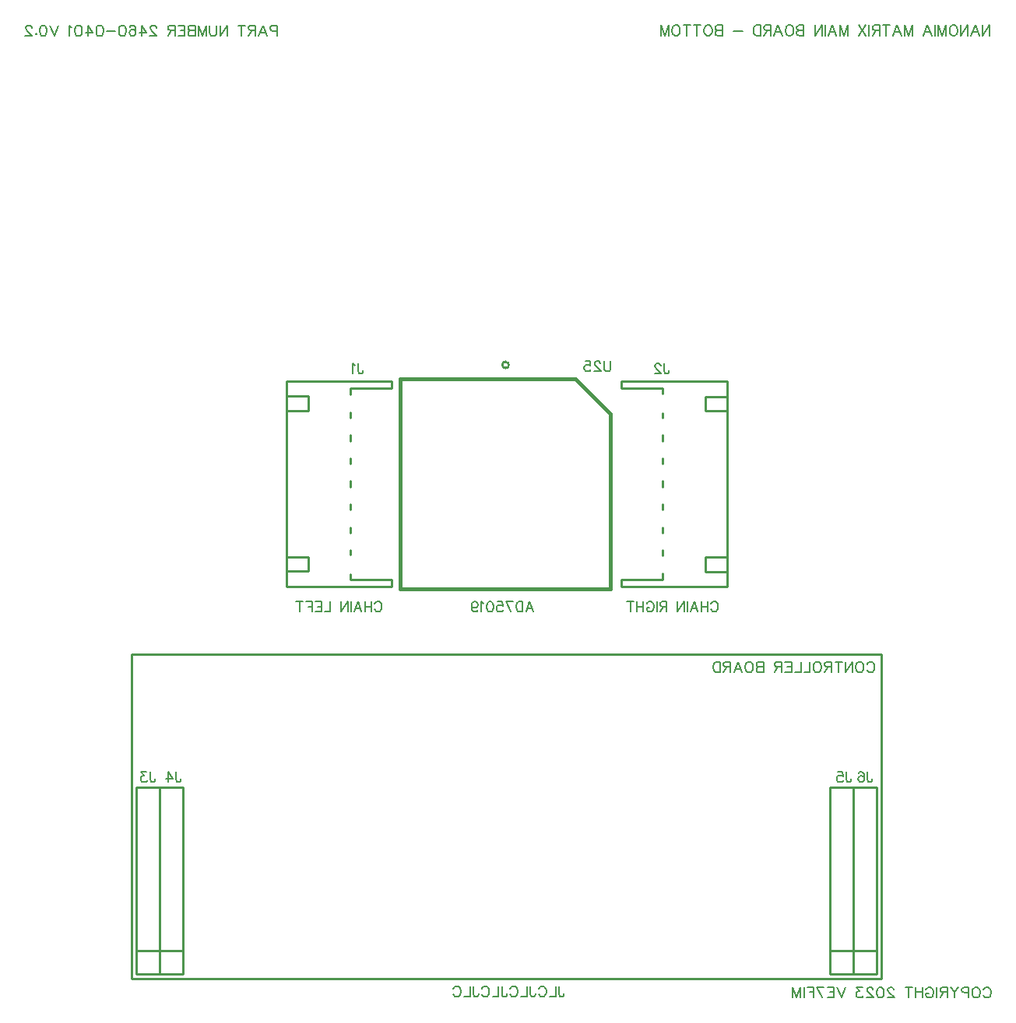
<source format=gbo>
G04 Layer: BottomSilkscreenLayer*
G04 EasyEDA v6.5.29, 2023-07-19 21:41:10*
G04 ede76849b6084053bf44eed2514c4286,5a6b42c53f6a479593ecc07194224c93,10*
G04 Gerber Generator version 0.2*
G04 Scale: 100 percent, Rotated: No, Reflected: No *
G04 Dimensions in millimeters *
G04 leading zeros omitted , absolute positions ,4 integer and 5 decimal *
%FSLAX45Y45*%
%MOMM*%

%ADD10C,0.2032*%
%ADD11C,0.2030*%
%ADD12C,0.1524*%
%ADD13C,0.2540*%
%ADD14C,0.3810*%
%ADD15C,0.0116*%

%LPD*%
D10*
X6142977Y1213355D02*
G01*
X6142977Y1125979D01*
X6148565Y1109723D01*
X6153899Y1104135D01*
X6164821Y1098801D01*
X6175743Y1098801D01*
X6186665Y1104135D01*
X6192253Y1109723D01*
X6197587Y1125979D01*
X6197587Y1136901D01*
X6107163Y1213355D02*
G01*
X6107163Y1098801D01*
X6107163Y1098801D02*
G01*
X6041631Y1098801D01*
X5923775Y1185923D02*
G01*
X5929109Y1196845D01*
X5940031Y1207767D01*
X5950953Y1213355D01*
X5972797Y1213355D01*
X5983719Y1207767D01*
X5994641Y1196845D01*
X6000229Y1185923D01*
X6005563Y1169667D01*
X6005563Y1142489D01*
X6000229Y1125979D01*
X5994641Y1115057D01*
X5983719Y1104135D01*
X5972797Y1098801D01*
X5950953Y1098801D01*
X5940031Y1104135D01*
X5929109Y1115057D01*
X5923775Y1125979D01*
X5833351Y1213355D02*
G01*
X5833351Y1125979D01*
X5838685Y1109723D01*
X5844019Y1104135D01*
X5854941Y1098801D01*
X5865863Y1098801D01*
X5876785Y1104135D01*
X5882373Y1109723D01*
X5887707Y1125979D01*
X5887707Y1136901D01*
X5797283Y1213355D02*
G01*
X5797283Y1098801D01*
X5797283Y1098801D02*
G01*
X5731751Y1098801D01*
X5613895Y1185923D02*
G01*
X5619483Y1196845D01*
X5630405Y1207767D01*
X5641327Y1213355D01*
X5662917Y1213355D01*
X5673839Y1207767D01*
X5684761Y1196845D01*
X5690349Y1185923D01*
X5695683Y1169667D01*
X5695683Y1142489D01*
X5690349Y1125979D01*
X5684761Y1115057D01*
X5673839Y1104135D01*
X5662917Y1098801D01*
X5641327Y1098801D01*
X5630405Y1104135D01*
X5619483Y1115057D01*
X5613895Y1125979D01*
X5523471Y1213355D02*
G01*
X5523471Y1125979D01*
X5528805Y1109723D01*
X5534393Y1104135D01*
X5545315Y1098801D01*
X5556237Y1098801D01*
X5567159Y1104135D01*
X5572493Y1109723D01*
X5577827Y1125979D01*
X5577827Y1136901D01*
X5487403Y1213355D02*
G01*
X5487403Y1098801D01*
X5487403Y1098801D02*
G01*
X5421871Y1098801D01*
X5304015Y1185923D02*
G01*
X5309603Y1196845D01*
X5320525Y1207767D01*
X5331447Y1213355D01*
X5353291Y1213355D01*
X5364213Y1207767D01*
X5375135Y1196845D01*
X5380469Y1185923D01*
X5386057Y1169667D01*
X5386057Y1142489D01*
X5380469Y1125979D01*
X5375135Y1115057D01*
X5364213Y1104135D01*
X5353291Y1098801D01*
X5331447Y1098801D01*
X5320525Y1104135D01*
X5309603Y1115057D01*
X5304015Y1125979D01*
X5213591Y1213355D02*
G01*
X5213591Y1125979D01*
X5218925Y1109723D01*
X5224513Y1104135D01*
X5235435Y1098801D01*
X5246357Y1098801D01*
X5257279Y1104135D01*
X5262613Y1109723D01*
X5268201Y1125979D01*
X5268201Y1136901D01*
X5177523Y1213355D02*
G01*
X5177523Y1098801D01*
X5177523Y1098801D02*
G01*
X5112245Y1098801D01*
X4994389Y1185923D02*
G01*
X4999723Y1196845D01*
X5010645Y1207767D01*
X5021567Y1213355D01*
X5043411Y1213355D01*
X5054333Y1207767D01*
X5065255Y1196845D01*
X5070589Y1185923D01*
X5076177Y1169667D01*
X5076177Y1142489D01*
X5070589Y1125979D01*
X5065255Y1115057D01*
X5054333Y1104135D01*
X5043411Y1098801D01*
X5021567Y1098801D01*
X5010645Y1104135D01*
X4999723Y1115057D01*
X4994389Y1125979D01*
X3078454Y11670596D02*
G01*
X3078454Y11556052D01*
X3078454Y11670596D02*
G01*
X3029364Y11670596D01*
X3013001Y11665143D01*
X3007545Y11659689D01*
X3002092Y11648780D01*
X3002092Y11632415D01*
X3007545Y11621506D01*
X3013001Y11616052D01*
X3029364Y11610596D01*
X3078454Y11610596D01*
X2922454Y11670596D02*
G01*
X2966090Y11556052D01*
X2922454Y11670596D02*
G01*
X2878818Y11556052D01*
X2949727Y11594233D02*
G01*
X2895183Y11594233D01*
X2842818Y11670596D02*
G01*
X2842818Y11556052D01*
X2842818Y11670596D02*
G01*
X2793728Y11670596D01*
X2777365Y11665143D01*
X2771909Y11659689D01*
X2766456Y11648780D01*
X2766456Y11637871D01*
X2771909Y11626961D01*
X2777365Y11621506D01*
X2793728Y11616052D01*
X2842818Y11616052D01*
X2804637Y11616052D02*
G01*
X2766456Y11556052D01*
X2692272Y11670596D02*
G01*
X2692272Y11556052D01*
X2730455Y11670596D02*
G01*
X2654091Y11670596D01*
X2534091Y11670596D02*
G01*
X2534091Y11556052D01*
X2534091Y11670596D02*
G01*
X2457729Y11556052D01*
X2457729Y11670596D02*
G01*
X2457729Y11556052D01*
X2421727Y11670596D02*
G01*
X2421727Y11588780D01*
X2416274Y11572415D01*
X2405364Y11561506D01*
X2389002Y11556052D01*
X2378092Y11556052D01*
X2361727Y11561506D01*
X2350820Y11572415D01*
X2345364Y11588780D01*
X2345364Y11670596D01*
X2309365Y11670596D02*
G01*
X2309365Y11556052D01*
X2309365Y11670596D02*
G01*
X2265728Y11556052D01*
X2222093Y11670596D02*
G01*
X2265728Y11556052D01*
X2222093Y11670596D02*
G01*
X2222093Y11556052D01*
X2186091Y11670596D02*
G01*
X2186091Y11556052D01*
X2186091Y11670596D02*
G01*
X2137001Y11670596D01*
X2120638Y11665143D01*
X2115184Y11659689D01*
X2109729Y11648780D01*
X2109729Y11637871D01*
X2115184Y11626961D01*
X2120638Y11621506D01*
X2137001Y11616052D01*
X2186091Y11616052D02*
G01*
X2137001Y11616052D01*
X2120638Y11610596D01*
X2115184Y11605143D01*
X2109729Y11594233D01*
X2109729Y11577871D01*
X2115184Y11566961D01*
X2120638Y11561506D01*
X2137001Y11556052D01*
X2186091Y11556052D01*
X2073729Y11670596D02*
G01*
X2073729Y11556052D01*
X2073729Y11670596D02*
G01*
X2002820Y11670596D01*
X2073729Y11616052D02*
G01*
X2030092Y11616052D01*
X2073729Y11556052D02*
G01*
X2002820Y11556052D01*
X1966821Y11670596D02*
G01*
X1966821Y11556052D01*
X1966821Y11670596D02*
G01*
X1917730Y11670596D01*
X1901365Y11665143D01*
X1895911Y11659689D01*
X1890455Y11648780D01*
X1890455Y11637871D01*
X1895911Y11626961D01*
X1901365Y11621506D01*
X1917730Y11616052D01*
X1966821Y11616052D01*
X1928639Y11616052D02*
G01*
X1890455Y11556052D01*
X1765002Y11643324D02*
G01*
X1765002Y11648780D01*
X1759546Y11659689D01*
X1754093Y11665143D01*
X1743184Y11670596D01*
X1721365Y11670596D01*
X1710456Y11665143D01*
X1705002Y11659689D01*
X1699547Y11648780D01*
X1699547Y11637871D01*
X1705002Y11626961D01*
X1715912Y11610596D01*
X1770456Y11556052D01*
X1694093Y11556052D01*
X1603547Y11670596D02*
G01*
X1658094Y11594233D01*
X1576275Y11594233D01*
X1603547Y11670596D02*
G01*
X1603547Y11556052D01*
X1474820Y11654233D02*
G01*
X1480276Y11665143D01*
X1496639Y11670596D01*
X1507548Y11670596D01*
X1523911Y11665143D01*
X1534820Y11648780D01*
X1540276Y11621506D01*
X1540276Y11594233D01*
X1534820Y11572415D01*
X1523911Y11561506D01*
X1507548Y11556052D01*
X1502095Y11556052D01*
X1485729Y11561506D01*
X1474820Y11572415D01*
X1469367Y11588780D01*
X1469367Y11594233D01*
X1474820Y11610596D01*
X1485729Y11621506D01*
X1502095Y11626961D01*
X1507548Y11626961D01*
X1523911Y11621506D01*
X1534820Y11610596D01*
X1540276Y11594233D01*
X1400639Y11670596D02*
G01*
X1417002Y11665143D01*
X1427911Y11648780D01*
X1433367Y11621506D01*
X1433367Y11605143D01*
X1427911Y11577871D01*
X1417002Y11561506D01*
X1400639Y11556052D01*
X1389730Y11556052D01*
X1373367Y11561506D01*
X1362458Y11577871D01*
X1357002Y11605143D01*
X1357002Y11621506D01*
X1362458Y11648780D01*
X1373367Y11665143D01*
X1389730Y11670596D01*
X1400639Y11670596D01*
X1321003Y11605143D02*
G01*
X1222822Y11605143D01*
X1154094Y11670596D02*
G01*
X1170457Y11665143D01*
X1181366Y11648780D01*
X1186822Y11621506D01*
X1186822Y11605143D01*
X1181366Y11577871D01*
X1170457Y11561506D01*
X1154094Y11556052D01*
X1143185Y11556052D01*
X1126822Y11561506D01*
X1115913Y11577871D01*
X1110457Y11605143D01*
X1110457Y11621506D01*
X1115913Y11648780D01*
X1126822Y11665143D01*
X1143185Y11670596D01*
X1154094Y11670596D01*
X1019914Y11670596D02*
G01*
X1074458Y11594233D01*
X992639Y11594233D01*
X1019914Y11670596D02*
G01*
X1019914Y11556052D01*
X923912Y11670596D02*
G01*
X940277Y11665143D01*
X951186Y11648780D01*
X956640Y11621506D01*
X956640Y11605143D01*
X951186Y11577871D01*
X940277Y11561506D01*
X923912Y11556052D01*
X913005Y11556052D01*
X896640Y11561506D01*
X885731Y11577871D01*
X880277Y11605143D01*
X880277Y11621506D01*
X885731Y11648780D01*
X896640Y11665143D01*
X913005Y11670596D01*
X923912Y11670596D01*
X844278Y11648780D02*
G01*
X833368Y11654233D01*
X817003Y11670596D01*
X817003Y11556052D01*
X697003Y11670596D02*
G01*
X653369Y11556052D01*
X609732Y11670596D02*
G01*
X653369Y11556052D01*
X541004Y11670596D02*
G01*
X557369Y11665143D01*
X568276Y11648780D01*
X573732Y11621506D01*
X573732Y11605143D01*
X568276Y11577871D01*
X557369Y11561506D01*
X541004Y11556052D01*
X530095Y11556052D01*
X513732Y11561506D01*
X502823Y11577871D01*
X497370Y11605143D01*
X497370Y11621506D01*
X502823Y11648780D01*
X513732Y11665143D01*
X530095Y11670596D01*
X541004Y11670596D01*
X455914Y11583324D02*
G01*
X461368Y11577871D01*
X455914Y11572415D01*
X450458Y11577871D01*
X455914Y11583324D01*
X409006Y11643324D02*
G01*
X409006Y11648780D01*
X403550Y11659689D01*
X398096Y11665143D01*
X387187Y11670596D01*
X365368Y11670596D01*
X354459Y11665143D01*
X349006Y11659689D01*
X343550Y11648780D01*
X343550Y11637871D01*
X349006Y11626961D01*
X359915Y11610596D01*
X414459Y11556052D01*
X338096Y11556052D01*
X10826546Y11671942D02*
G01*
X10826546Y11557398D01*
X10826546Y11671942D02*
G01*
X10750184Y11557398D01*
X10750184Y11671942D02*
G01*
X10750184Y11557398D01*
X10670547Y11671942D02*
G01*
X10714182Y11557398D01*
X10670547Y11671942D02*
G01*
X10626910Y11557398D01*
X10697819Y11595580D02*
G01*
X10643275Y11595580D01*
X10590911Y11671942D02*
G01*
X10590911Y11557398D01*
X10590911Y11671942D02*
G01*
X10514547Y11557398D01*
X10514547Y11671942D02*
G01*
X10514547Y11557398D01*
X10445821Y11671942D02*
G01*
X10456730Y11666489D01*
X10467637Y11655579D01*
X10473093Y11644670D01*
X10478546Y11628307D01*
X10478546Y11601035D01*
X10473093Y11584670D01*
X10467637Y11573761D01*
X10456730Y11562853D01*
X10445821Y11557398D01*
X10424002Y11557398D01*
X10413093Y11562853D01*
X10402183Y11573761D01*
X10396730Y11584670D01*
X10391274Y11601035D01*
X10391274Y11628307D01*
X10396730Y11644670D01*
X10402183Y11655579D01*
X10413093Y11666489D01*
X10424002Y11671942D01*
X10445821Y11671942D01*
X10355275Y11671942D02*
G01*
X10355275Y11557398D01*
X10355275Y11671942D02*
G01*
X10311638Y11557398D01*
X10268003Y11671942D02*
G01*
X10311638Y11557398D01*
X10268003Y11671942D02*
G01*
X10268003Y11557398D01*
X10232001Y11671942D02*
G01*
X10232001Y11557398D01*
X10152367Y11671942D02*
G01*
X10196001Y11557398D01*
X10152367Y11671942D02*
G01*
X10108730Y11557398D01*
X10179639Y11595580D02*
G01*
X10125092Y11595580D01*
X9988730Y11671942D02*
G01*
X9988730Y11557398D01*
X9988730Y11671942D02*
G01*
X9945093Y11557398D01*
X9901458Y11671942D02*
G01*
X9945093Y11557398D01*
X9901458Y11671942D02*
G01*
X9901458Y11557398D01*
X9821821Y11671942D02*
G01*
X9865459Y11557398D01*
X9821821Y11671942D02*
G01*
X9778184Y11557398D01*
X9849093Y11595580D02*
G01*
X9794549Y11595580D01*
X9704003Y11671942D02*
G01*
X9704003Y11557398D01*
X9742185Y11671942D02*
G01*
X9665822Y11671942D01*
X9629820Y11671942D02*
G01*
X9629820Y11557398D01*
X9629820Y11671942D02*
G01*
X9580730Y11671942D01*
X9564367Y11666489D01*
X9558914Y11661035D01*
X9553458Y11650126D01*
X9553458Y11639217D01*
X9558914Y11628307D01*
X9564367Y11622853D01*
X9580730Y11617398D01*
X9629820Y11617398D01*
X9591639Y11617398D02*
G01*
X9553458Y11557398D01*
X9517458Y11671942D02*
G01*
X9517458Y11557398D01*
X9481459Y11671942D02*
G01*
X9405094Y11557398D01*
X9405094Y11671942D02*
G01*
X9481459Y11557398D01*
X9285094Y11671942D02*
G01*
X9285094Y11557398D01*
X9285094Y11671942D02*
G01*
X9241459Y11557398D01*
X9197822Y11671942D02*
G01*
X9241459Y11557398D01*
X9197822Y11671942D02*
G01*
X9197822Y11557398D01*
X9118185Y11671942D02*
G01*
X9161823Y11557398D01*
X9118185Y11671942D02*
G01*
X9074551Y11557398D01*
X9145460Y11595580D02*
G01*
X9090913Y11595580D01*
X9038549Y11671942D02*
G01*
X9038549Y11557398D01*
X9002549Y11671942D02*
G01*
X9002549Y11557398D01*
X9002549Y11671942D02*
G01*
X8926187Y11557398D01*
X8926187Y11671942D02*
G01*
X8926187Y11557398D01*
X8806187Y11671942D02*
G01*
X8806187Y11557398D01*
X8806187Y11671942D02*
G01*
X8757097Y11671942D01*
X8740731Y11666489D01*
X8735278Y11661035D01*
X8729822Y11650126D01*
X8729822Y11639217D01*
X8735278Y11628307D01*
X8740731Y11622853D01*
X8757097Y11617398D01*
X8806187Y11617398D02*
G01*
X8757097Y11617398D01*
X8740731Y11611942D01*
X8735278Y11606489D01*
X8729822Y11595580D01*
X8729822Y11579217D01*
X8735278Y11568308D01*
X8740731Y11562853D01*
X8757097Y11557398D01*
X8806187Y11557398D01*
X8661097Y11671942D02*
G01*
X8672004Y11666489D01*
X8682913Y11655579D01*
X8688369Y11644670D01*
X8693823Y11628307D01*
X8693823Y11601035D01*
X8688369Y11584670D01*
X8682913Y11573761D01*
X8672004Y11562853D01*
X8661097Y11557398D01*
X8639279Y11557398D01*
X8628369Y11562853D01*
X8617460Y11573761D01*
X8612004Y11584670D01*
X8606551Y11601035D01*
X8606551Y11628307D01*
X8612004Y11644670D01*
X8617460Y11655579D01*
X8628369Y11666489D01*
X8639279Y11671942D01*
X8661097Y11671942D01*
X8526914Y11671942D02*
G01*
X8570551Y11557398D01*
X8526914Y11671942D02*
G01*
X8483279Y11557398D01*
X8554186Y11595580D02*
G01*
X8499642Y11595580D01*
X8447277Y11671942D02*
G01*
X8447277Y11557398D01*
X8447277Y11671942D02*
G01*
X8398187Y11671942D01*
X8381824Y11666489D01*
X8376368Y11661035D01*
X8370915Y11650126D01*
X8370915Y11639217D01*
X8376368Y11628307D01*
X8381824Y11622853D01*
X8398187Y11617398D01*
X8447277Y11617398D01*
X8409096Y11617398D02*
G01*
X8370915Y11557398D01*
X8334916Y11671942D02*
G01*
X8334916Y11557398D01*
X8334916Y11671942D02*
G01*
X8296734Y11671942D01*
X8280369Y11666489D01*
X8269460Y11655579D01*
X8264006Y11644670D01*
X8258550Y11628307D01*
X8258550Y11601035D01*
X8264006Y11584670D01*
X8269460Y11573761D01*
X8280369Y11562853D01*
X8296734Y11557398D01*
X8334916Y11557398D01*
X8138551Y11606489D02*
G01*
X8040370Y11606489D01*
X7920370Y11671942D02*
G01*
X7920370Y11557398D01*
X7920370Y11671942D02*
G01*
X7871279Y11671942D01*
X7854916Y11666489D01*
X7849461Y11661035D01*
X7844007Y11650126D01*
X7844007Y11639217D01*
X7849461Y11628307D01*
X7854916Y11622853D01*
X7871279Y11617398D01*
X7920370Y11617398D02*
G01*
X7871279Y11617398D01*
X7854916Y11611942D01*
X7849461Y11606489D01*
X7844007Y11595580D01*
X7844007Y11579217D01*
X7849461Y11568308D01*
X7854916Y11562853D01*
X7871279Y11557398D01*
X7920370Y11557398D01*
X7775280Y11671942D02*
G01*
X7786189Y11666489D01*
X7797098Y11655579D01*
X7802552Y11644670D01*
X7808008Y11628307D01*
X7808008Y11601035D01*
X7802552Y11584670D01*
X7797098Y11573761D01*
X7786189Y11562853D01*
X7775280Y11557398D01*
X7753461Y11557398D01*
X7742552Y11562853D01*
X7731643Y11573761D01*
X7726189Y11584670D01*
X7720733Y11601035D01*
X7720733Y11628307D01*
X7726189Y11644670D01*
X7731643Y11655579D01*
X7742552Y11666489D01*
X7753461Y11671942D01*
X7775280Y11671942D01*
X7646553Y11671942D02*
G01*
X7646553Y11557398D01*
X7684734Y11671942D02*
G01*
X7608371Y11671942D01*
X7534188Y11671942D02*
G01*
X7534188Y11557398D01*
X7572372Y11671942D02*
G01*
X7496007Y11671942D01*
X7427280Y11671942D02*
G01*
X7438189Y11666489D01*
X7449098Y11655579D01*
X7454554Y11644670D01*
X7460007Y11628307D01*
X7460007Y11601035D01*
X7454554Y11584670D01*
X7449098Y11573761D01*
X7438189Y11562853D01*
X7427280Y11557398D01*
X7405463Y11557398D01*
X7394554Y11562853D01*
X7383645Y11573761D01*
X7378189Y11584670D01*
X7372736Y11601035D01*
X7372736Y11628307D01*
X7378189Y11644670D01*
X7383645Y11655579D01*
X7394554Y11666489D01*
X7405463Y11671942D01*
X7427280Y11671942D01*
X7336736Y11671942D02*
G01*
X7336736Y11557398D01*
X7336736Y11671942D02*
G01*
X7293099Y11557398D01*
X7249462Y11671942D02*
G01*
X7293099Y11557398D01*
X7249462Y11671942D02*
G01*
X7249462Y11557398D01*
D11*
X10760069Y1175557D02*
G01*
X10765403Y1186479D01*
X10776325Y1197401D01*
X10787247Y1202989D01*
X10809091Y1202989D01*
X10820013Y1197401D01*
X10830935Y1186479D01*
X10836523Y1175557D01*
X10841857Y1159301D01*
X10841857Y1132123D01*
X10836523Y1115613D01*
X10830935Y1104691D01*
X10820013Y1093769D01*
X10809091Y1088435D01*
X10787247Y1088435D01*
X10776325Y1093769D01*
X10765403Y1104691D01*
X10760069Y1115613D01*
X10691235Y1202989D02*
G01*
X10702157Y1197401D01*
X10713079Y1186479D01*
X10718667Y1175557D01*
X10724001Y1159301D01*
X10724001Y1132123D01*
X10718667Y1115613D01*
X10713079Y1104691D01*
X10702157Y1093769D01*
X10691235Y1088435D01*
X10669391Y1088435D01*
X10658469Y1093769D01*
X10647801Y1104691D01*
X10642213Y1115613D01*
X10636879Y1132123D01*
X10636879Y1159301D01*
X10642213Y1175557D01*
X10647801Y1186479D01*
X10658469Y1197401D01*
X10669391Y1202989D01*
X10691235Y1202989D01*
X10600811Y1202989D02*
G01*
X10600811Y1088435D01*
X10600811Y1202989D02*
G01*
X10551789Y1202989D01*
X10535279Y1197401D01*
X10529945Y1192067D01*
X10524357Y1181145D01*
X10524357Y1164635D01*
X10529945Y1153713D01*
X10535279Y1148379D01*
X10551789Y1143045D01*
X10600811Y1143045D01*
X10488289Y1202989D02*
G01*
X10444855Y1148379D01*
X10444855Y1088435D01*
X10401167Y1202989D02*
G01*
X10444855Y1148379D01*
X10365099Y1202989D02*
G01*
X10365099Y1088435D01*
X10365099Y1202989D02*
G01*
X10316077Y1202989D01*
X10299567Y1197401D01*
X10294233Y1192067D01*
X10288645Y1181145D01*
X10288645Y1170223D01*
X10294233Y1159301D01*
X10299567Y1153713D01*
X10316077Y1148379D01*
X10365099Y1148379D01*
X10326999Y1148379D02*
G01*
X10288645Y1088435D01*
X10252831Y1202989D02*
G01*
X10252831Y1088435D01*
X10134975Y1175557D02*
G01*
X10140309Y1186479D01*
X10151231Y1197401D01*
X10162153Y1202989D01*
X10183997Y1202989D01*
X10194919Y1197401D01*
X10205841Y1186479D01*
X10211429Y1175557D01*
X10216763Y1159301D01*
X10216763Y1132123D01*
X10211429Y1115613D01*
X10205841Y1104691D01*
X10194919Y1093769D01*
X10183997Y1088435D01*
X10162153Y1088435D01*
X10151231Y1093769D01*
X10140309Y1104691D01*
X10134975Y1115613D01*
X10134975Y1132123D01*
X10162153Y1132123D02*
G01*
X10134975Y1132123D01*
X10098907Y1202989D02*
G01*
X10098907Y1088435D01*
X10022707Y1202989D02*
G01*
X10022707Y1088435D01*
X10098907Y1148379D02*
G01*
X10022707Y1148379D01*
X9948285Y1202989D02*
G01*
X9948285Y1088435D01*
X9986639Y1202989D02*
G01*
X9910185Y1202989D01*
X9784709Y1175557D02*
G01*
X9784709Y1181145D01*
X9779375Y1192067D01*
X9773787Y1197401D01*
X9762865Y1202989D01*
X9741021Y1202989D01*
X9730099Y1197401D01*
X9724765Y1192067D01*
X9719431Y1181145D01*
X9719431Y1170223D01*
X9724765Y1159301D01*
X9735687Y1143045D01*
X9790297Y1088435D01*
X9713843Y1088435D01*
X9645009Y1202989D02*
G01*
X9661519Y1197401D01*
X9672441Y1181145D01*
X9677775Y1153713D01*
X9677775Y1137457D01*
X9672441Y1110279D01*
X9661519Y1093769D01*
X9645009Y1088435D01*
X9634341Y1088435D01*
X9617831Y1093769D01*
X9606909Y1110279D01*
X9601575Y1137457D01*
X9601575Y1153713D01*
X9606909Y1181145D01*
X9617831Y1197401D01*
X9634341Y1202989D01*
X9645009Y1202989D01*
X9559919Y1175557D02*
G01*
X9559919Y1181145D01*
X9554585Y1192067D01*
X9549251Y1197401D01*
X9538329Y1202989D01*
X9516485Y1202989D01*
X9505563Y1197401D01*
X9499975Y1192067D01*
X9494641Y1181145D01*
X9494641Y1170223D01*
X9499975Y1159301D01*
X9510897Y1143045D01*
X9565507Y1088435D01*
X9489053Y1088435D01*
X9442317Y1202989D02*
G01*
X9382119Y1202989D01*
X9414885Y1159301D01*
X9398629Y1159301D01*
X9387707Y1153713D01*
X9382119Y1148379D01*
X9376785Y1132123D01*
X9376785Y1121201D01*
X9382119Y1104691D01*
X9393041Y1093769D01*
X9409551Y1088435D01*
X9425807Y1088435D01*
X9442317Y1093769D01*
X9447651Y1099357D01*
X9453239Y1110279D01*
X9256643Y1202989D02*
G01*
X9213209Y1088435D01*
X9169521Y1202989D02*
G01*
X9213209Y1088435D01*
X9133453Y1202989D02*
G01*
X9133453Y1088435D01*
X9133453Y1202989D02*
G01*
X9062587Y1202989D01*
X9133453Y1148379D02*
G01*
X9089765Y1148379D01*
X9133453Y1088435D02*
G01*
X9062587Y1088435D01*
X8950319Y1202989D02*
G01*
X9004675Y1088435D01*
X9026519Y1202989D02*
G01*
X8950319Y1202989D01*
X8914251Y1202989D02*
G01*
X8914251Y1088435D01*
X8914251Y1202989D02*
G01*
X8843385Y1202989D01*
X8914251Y1148379D02*
G01*
X8870563Y1148379D01*
X8807317Y1202989D02*
G01*
X8807317Y1088435D01*
X8771249Y1202989D02*
G01*
X8771249Y1088435D01*
X8771249Y1202989D02*
G01*
X8727561Y1088435D01*
X8684127Y1202989D02*
G01*
X8727561Y1088435D01*
X8684127Y1202989D02*
G01*
X8684127Y1088435D01*
D12*
X5825746Y5398493D02*
G01*
X5867402Y5289527D01*
X5825746Y5398493D02*
G01*
X5784344Y5289527D01*
X5851908Y5325849D02*
G01*
X5799838Y5325849D01*
X5750054Y5398493D02*
G01*
X5750054Y5289527D01*
X5750054Y5398493D02*
G01*
X5713732Y5398493D01*
X5697984Y5393413D01*
X5687570Y5382999D01*
X5682490Y5372585D01*
X5677156Y5356837D01*
X5677156Y5330929D01*
X5682490Y5315435D01*
X5687570Y5305021D01*
X5697984Y5294607D01*
X5713732Y5289527D01*
X5750054Y5289527D01*
X5570222Y5398493D02*
G01*
X5622292Y5289527D01*
X5642866Y5398493D02*
G01*
X5570222Y5398493D01*
X5473702Y5398493D02*
G01*
X5525518Y5398493D01*
X5530852Y5351757D01*
X5525518Y5356837D01*
X5510024Y5362171D01*
X5494276Y5362171D01*
X5478782Y5356837D01*
X5468368Y5346677D01*
X5463288Y5330929D01*
X5463288Y5320515D01*
X5468368Y5305021D01*
X5478782Y5294607D01*
X5494276Y5289527D01*
X5510024Y5289527D01*
X5525518Y5294607D01*
X5530852Y5299687D01*
X5535932Y5310101D01*
X5397756Y5398493D02*
G01*
X5413250Y5393413D01*
X5423664Y5377665D01*
X5428998Y5351757D01*
X5428998Y5336263D01*
X5423664Y5310101D01*
X5413250Y5294607D01*
X5397756Y5289527D01*
X5387342Y5289527D01*
X5371848Y5294607D01*
X5361434Y5310101D01*
X5356100Y5336263D01*
X5356100Y5351757D01*
X5361434Y5377665D01*
X5371848Y5393413D01*
X5387342Y5398493D01*
X5397756Y5398493D01*
X5321810Y5377665D02*
G01*
X5311396Y5382999D01*
X5295902Y5398493D01*
X5295902Y5289527D01*
X5194048Y5362171D02*
G01*
X5199382Y5346677D01*
X5209542Y5336263D01*
X5225290Y5330929D01*
X5230370Y5330929D01*
X5246118Y5336263D01*
X5256532Y5346677D01*
X5261612Y5362171D01*
X5261612Y5367251D01*
X5256532Y5382999D01*
X5246118Y5393413D01*
X5230370Y5398493D01*
X5225290Y5398493D01*
X5209542Y5393413D01*
X5199382Y5382999D01*
X5194048Y5362171D01*
X5194048Y5336263D01*
X5199382Y5310101D01*
X5209542Y5294607D01*
X5225290Y5289527D01*
X5235704Y5289527D01*
X5251198Y5294607D01*
X5256532Y5305021D01*
X4138460Y5372552D02*
G01*
X4143656Y5382943D01*
X4154048Y5393334D01*
X4164436Y5398528D01*
X4185218Y5398528D01*
X4195610Y5393334D01*
X4206001Y5382943D01*
X4211198Y5372552D01*
X4216392Y5356964D01*
X4216392Y5330987D01*
X4211198Y5315402D01*
X4206001Y5305010D01*
X4195610Y5294619D01*
X4185218Y5289425D01*
X4164436Y5289425D01*
X4154048Y5294619D01*
X4143656Y5305010D01*
X4138460Y5315402D01*
X4104170Y5398528D02*
G01*
X4104170Y5289425D01*
X4031434Y5398528D02*
G01*
X4031434Y5289425D01*
X4104170Y5346575D02*
G01*
X4031434Y5346575D01*
X3955580Y5398528D02*
G01*
X3997144Y5289425D01*
X3955580Y5398528D02*
G01*
X3914018Y5289425D01*
X3981556Y5325793D02*
G01*
X3929603Y5325793D01*
X3879728Y5398528D02*
G01*
X3879728Y5289425D01*
X3845438Y5398528D02*
G01*
X3845438Y5289425D01*
X3845438Y5398528D02*
G01*
X3772700Y5289425D01*
X3772700Y5398528D02*
G01*
X3772700Y5289425D01*
X3658400Y5398528D02*
G01*
X3658400Y5289425D01*
X3658400Y5289425D02*
G01*
X3596055Y5289425D01*
X3561765Y5398528D02*
G01*
X3561765Y5289425D01*
X3561765Y5398528D02*
G01*
X3494224Y5398528D01*
X3561765Y5346575D02*
G01*
X3520201Y5346575D01*
X3561765Y5289425D02*
G01*
X3494224Y5289425D01*
X3459934Y5398528D02*
G01*
X3459934Y5289425D01*
X3459934Y5398528D02*
G01*
X3392393Y5398528D01*
X3459934Y5346575D02*
G01*
X3418370Y5346575D01*
X3321735Y5398528D02*
G01*
X3321735Y5289425D01*
X3358103Y5398528D02*
G01*
X3285368Y5398528D01*
X7796052Y5372552D02*
G01*
X7801249Y5382943D01*
X7811640Y5393334D01*
X7822029Y5398528D01*
X7842811Y5398528D01*
X7853202Y5393334D01*
X7863593Y5382943D01*
X7868790Y5372552D01*
X7873984Y5356964D01*
X7873984Y5330987D01*
X7868790Y5315402D01*
X7863593Y5305010D01*
X7853202Y5294619D01*
X7842811Y5289425D01*
X7822029Y5289425D01*
X7811640Y5294619D01*
X7801249Y5305010D01*
X7796052Y5315402D01*
X7761762Y5398528D02*
G01*
X7761762Y5289425D01*
X7689027Y5398528D02*
G01*
X7689027Y5289425D01*
X7761762Y5346575D02*
G01*
X7689027Y5346575D01*
X7613172Y5398528D02*
G01*
X7654737Y5289425D01*
X7613172Y5398528D02*
G01*
X7571610Y5289425D01*
X7639149Y5325793D02*
G01*
X7587195Y5325793D01*
X7537320Y5398528D02*
G01*
X7537320Y5289425D01*
X7503030Y5398528D02*
G01*
X7503030Y5289425D01*
X7503030Y5398528D02*
G01*
X7430292Y5289425D01*
X7430292Y5398528D02*
G01*
X7430292Y5289425D01*
X7315992Y5398528D02*
G01*
X7315992Y5289425D01*
X7315992Y5398528D02*
G01*
X7269233Y5398528D01*
X7253648Y5393334D01*
X7248451Y5388137D01*
X7243257Y5377746D01*
X7243257Y5367355D01*
X7248451Y5356964D01*
X7253648Y5351769D01*
X7269233Y5346575D01*
X7315992Y5346575D01*
X7279624Y5346575D02*
G01*
X7243257Y5289425D01*
X7208967Y5398528D02*
G01*
X7208967Y5289425D01*
X7096744Y5372552D02*
G01*
X7101939Y5382943D01*
X7112330Y5393334D01*
X7122721Y5398528D01*
X7143503Y5398528D01*
X7153894Y5393334D01*
X7164285Y5382943D01*
X7169480Y5372552D01*
X7174677Y5356964D01*
X7174677Y5330987D01*
X7169480Y5315402D01*
X7164285Y5305010D01*
X7153894Y5294619D01*
X7143503Y5289425D01*
X7122721Y5289425D01*
X7112330Y5294619D01*
X7101939Y5305010D01*
X7096744Y5315402D01*
X7096744Y5330987D01*
X7122721Y5330987D02*
G01*
X7096744Y5330987D01*
X7062454Y5398528D02*
G01*
X7062454Y5289425D01*
X6989719Y5398528D02*
G01*
X6989719Y5289425D01*
X7062454Y5346575D02*
G01*
X6989719Y5346575D01*
X6919059Y5398528D02*
G01*
X6919059Y5289425D01*
X6955429Y5398528D02*
G01*
X6882691Y5398528D01*
D11*
X9493961Y4716607D02*
G01*
X9499417Y4727516D01*
X9510326Y4738425D01*
X9521233Y4743879D01*
X9543051Y4743879D01*
X9553961Y4738425D01*
X9564870Y4727516D01*
X9570326Y4716607D01*
X9575779Y4700244D01*
X9575779Y4672972D01*
X9570326Y4656607D01*
X9564870Y4645698D01*
X9553961Y4634789D01*
X9543051Y4629335D01*
X9521233Y4629335D01*
X9510326Y4634789D01*
X9499417Y4645698D01*
X9493961Y4656607D01*
X9425233Y4743879D02*
G01*
X9436143Y4738425D01*
X9447052Y4727516D01*
X9452508Y4716607D01*
X9457961Y4700244D01*
X9457961Y4672972D01*
X9452508Y4656607D01*
X9447052Y4645698D01*
X9436143Y4634789D01*
X9425233Y4629335D01*
X9403415Y4629335D01*
X9392508Y4634789D01*
X9381599Y4645698D01*
X9376143Y4656607D01*
X9370689Y4672972D01*
X9370689Y4700244D01*
X9376143Y4716607D01*
X9381599Y4727516D01*
X9392508Y4738425D01*
X9403415Y4743879D01*
X9425233Y4743879D01*
X9334690Y4743879D02*
G01*
X9334690Y4629335D01*
X9334690Y4743879D02*
G01*
X9258325Y4629335D01*
X9258325Y4743879D02*
G01*
X9258325Y4629335D01*
X9184144Y4743879D02*
G01*
X9184144Y4629335D01*
X9222325Y4743879D02*
G01*
X9145963Y4743879D01*
X9109961Y4743879D02*
G01*
X9109961Y4629335D01*
X9109961Y4743879D02*
G01*
X9060870Y4743879D01*
X9044508Y4738425D01*
X9039052Y4732972D01*
X9033598Y4722063D01*
X9033598Y4711153D01*
X9039052Y4700244D01*
X9044508Y4694789D01*
X9060870Y4689335D01*
X9109961Y4689335D01*
X9071780Y4689335D02*
G01*
X9033598Y4629335D01*
X8964871Y4743879D02*
G01*
X8975780Y4738425D01*
X8986690Y4727516D01*
X8992143Y4716607D01*
X8997599Y4700244D01*
X8997599Y4672972D01*
X8992143Y4656607D01*
X8986690Y4645698D01*
X8975780Y4634789D01*
X8964871Y4629335D01*
X8943052Y4629335D01*
X8932143Y4634789D01*
X8921234Y4645698D01*
X8915781Y4656607D01*
X8910327Y4672972D01*
X8910327Y4700244D01*
X8915781Y4716607D01*
X8921234Y4727516D01*
X8932143Y4738425D01*
X8943052Y4743879D01*
X8964871Y4743879D01*
X8874325Y4743879D02*
G01*
X8874325Y4629335D01*
X8874325Y4629335D02*
G01*
X8808872Y4629335D01*
X8772872Y4743879D02*
G01*
X8772872Y4629335D01*
X8772872Y4629335D02*
G01*
X8707417Y4629335D01*
X8671417Y4743879D02*
G01*
X8671417Y4629335D01*
X8671417Y4743879D02*
G01*
X8600508Y4743879D01*
X8671417Y4689335D02*
G01*
X8627781Y4689335D01*
X8671417Y4629335D02*
G01*
X8600508Y4629335D01*
X8564509Y4743879D02*
G01*
X8564509Y4629335D01*
X8564509Y4743879D02*
G01*
X8515418Y4743879D01*
X8499053Y4738425D01*
X8493599Y4732972D01*
X8488146Y4722063D01*
X8488146Y4711153D01*
X8493599Y4700244D01*
X8499053Y4694789D01*
X8515418Y4689335D01*
X8564509Y4689335D01*
X8526327Y4689335D02*
G01*
X8488146Y4629335D01*
X8368146Y4743879D02*
G01*
X8368146Y4629335D01*
X8368146Y4743879D02*
G01*
X8319053Y4743879D01*
X8302691Y4738425D01*
X8297237Y4732972D01*
X8291781Y4722063D01*
X8291781Y4711153D01*
X8297237Y4700244D01*
X8302691Y4694789D01*
X8319053Y4689335D01*
X8368146Y4689335D02*
G01*
X8319053Y4689335D01*
X8302691Y4683879D01*
X8297237Y4678426D01*
X8291781Y4667516D01*
X8291781Y4651154D01*
X8297237Y4640244D01*
X8302691Y4634789D01*
X8319053Y4629335D01*
X8368146Y4629335D01*
X8223054Y4743879D02*
G01*
X8233963Y4738425D01*
X8244873Y4727516D01*
X8250328Y4716607D01*
X8255782Y4700244D01*
X8255782Y4672972D01*
X8250328Y4656607D01*
X8244873Y4645698D01*
X8233963Y4634789D01*
X8223054Y4629335D01*
X8201235Y4629335D01*
X8190329Y4634789D01*
X8179419Y4645698D01*
X8173963Y4656607D01*
X8168510Y4672972D01*
X8168510Y4700244D01*
X8173963Y4716607D01*
X8179419Y4727516D01*
X8190329Y4738425D01*
X8201235Y4743879D01*
X8223054Y4743879D01*
X8088873Y4743879D02*
G01*
X8132511Y4629335D01*
X8088873Y4743879D02*
G01*
X8045236Y4629335D01*
X8116145Y4667516D02*
G01*
X8061601Y4667516D01*
X8009237Y4743879D02*
G01*
X8009237Y4629335D01*
X8009237Y4743879D02*
G01*
X7960146Y4743879D01*
X7943783Y4738425D01*
X7938328Y4732972D01*
X7932874Y4722063D01*
X7932874Y4711153D01*
X7938328Y4700244D01*
X7943783Y4694789D01*
X7960146Y4689335D01*
X8009237Y4689335D01*
X7971055Y4689335D02*
G01*
X7932874Y4629335D01*
X7896872Y4743879D02*
G01*
X7896872Y4629335D01*
X7896872Y4743879D02*
G01*
X7858691Y4743879D01*
X7842328Y4738425D01*
X7831419Y4727516D01*
X7825966Y4716607D01*
X7820510Y4700244D01*
X7820510Y4672972D01*
X7825966Y4656607D01*
X7831419Y4645698D01*
X7842328Y4634789D01*
X7858691Y4629335D01*
X7896872Y4629335D01*
D12*
X1980039Y3544331D02*
G01*
X1980039Y3461204D01*
X1985236Y3445616D01*
X1990430Y3440422D01*
X2000821Y3435228D01*
X2011212Y3435228D01*
X2021603Y3440422D01*
X2026800Y3445616D01*
X2031994Y3461204D01*
X2031994Y3471595D01*
X1893796Y3544331D02*
G01*
X1945749Y3471595D01*
X1867819Y3471595D01*
X1893796Y3544331D02*
G01*
X1893796Y3435228D01*
X7288629Y7989323D02*
G01*
X7288629Y7906197D01*
X7293825Y7890609D01*
X7299020Y7885414D01*
X7309411Y7880220D01*
X7319802Y7880220D01*
X7330193Y7885414D01*
X7335390Y7890609D01*
X7340584Y7906197D01*
X7340584Y7916588D01*
X7249144Y7963347D02*
G01*
X7249144Y7968541D01*
X7243950Y7978932D01*
X7238753Y7984129D01*
X7228362Y7989323D01*
X7207580Y7989323D01*
X7197189Y7984129D01*
X7191994Y7978932D01*
X7186800Y7968541D01*
X7186800Y7958150D01*
X7191994Y7947759D01*
X7202385Y7932173D01*
X7254339Y7880220D01*
X7181603Y7880220D01*
X9269826Y3544331D02*
G01*
X9269826Y3461204D01*
X9275023Y3445616D01*
X9280217Y3440422D01*
X9290608Y3435228D01*
X9300999Y3435228D01*
X9311391Y3440422D01*
X9316587Y3445616D01*
X9321782Y3461204D01*
X9321782Y3471595D01*
X9173192Y3544331D02*
G01*
X9225147Y3544331D01*
X9230342Y3497572D01*
X9225147Y3502766D01*
X9209559Y3507963D01*
X9193974Y3507963D01*
X9178386Y3502766D01*
X9167997Y3492378D01*
X9162801Y3476790D01*
X9162801Y3466398D01*
X9167997Y3450813D01*
X9178386Y3440422D01*
X9193974Y3435228D01*
X9209559Y3435228D01*
X9225147Y3440422D01*
X9230342Y3445616D01*
X9235536Y3456007D01*
X6705584Y8014731D02*
G01*
X6705584Y7936798D01*
X6700390Y7921213D01*
X6689999Y7910822D01*
X6674411Y7905628D01*
X6664020Y7905628D01*
X6648434Y7910822D01*
X6638043Y7921213D01*
X6632849Y7936798D01*
X6632849Y8014731D01*
X6593362Y7988754D02*
G01*
X6593362Y7993948D01*
X6588168Y8004340D01*
X6582971Y8009536D01*
X6572580Y8014731D01*
X6551800Y8014731D01*
X6541409Y8009536D01*
X6536212Y8004340D01*
X6531018Y7993948D01*
X6531018Y7983557D01*
X6536212Y7973166D01*
X6546603Y7957581D01*
X6598559Y7905628D01*
X6525821Y7905628D01*
X6429187Y8014731D02*
G01*
X6481140Y8014731D01*
X6486337Y7967972D01*
X6481140Y7973166D01*
X6465554Y7978363D01*
X6449969Y7978363D01*
X6434381Y7973166D01*
X6423990Y7962778D01*
X6418795Y7947190D01*
X6418795Y7936798D01*
X6423990Y7921213D01*
X6434381Y7910822D01*
X6449969Y7905628D01*
X6465554Y7905628D01*
X6481140Y7910822D01*
X6486337Y7916016D01*
X6491531Y7926407D01*
X1700639Y3544331D02*
G01*
X1700639Y3461204D01*
X1705836Y3445616D01*
X1711030Y3440422D01*
X1721421Y3435228D01*
X1731812Y3435228D01*
X1742203Y3440422D01*
X1747400Y3445616D01*
X1752594Y3461204D01*
X1752594Y3471595D01*
X1655960Y3544331D02*
G01*
X1598810Y3544331D01*
X1629981Y3502766D01*
X1614396Y3502766D01*
X1604004Y3497572D01*
X1598810Y3492378D01*
X1593613Y3476790D01*
X1593613Y3466398D01*
X1598810Y3450813D01*
X1609199Y3440422D01*
X1624787Y3435228D01*
X1640372Y3435228D01*
X1655960Y3440422D01*
X1661154Y3445616D01*
X1666349Y3456007D01*
X3961236Y7989323D02*
G01*
X3961236Y7906197D01*
X3966433Y7890609D01*
X3971627Y7885414D01*
X3982018Y7880220D01*
X3992410Y7880220D01*
X4002801Y7885414D01*
X4007998Y7890609D01*
X4013192Y7906197D01*
X4013192Y7916588D01*
X3926946Y7968541D02*
G01*
X3916558Y7973738D01*
X3900970Y7989323D01*
X3900970Y7880220D01*
X9498423Y3544331D02*
G01*
X9498423Y3461204D01*
X9503620Y3445616D01*
X9508815Y3440422D01*
X9519206Y3435228D01*
X9529597Y3435228D01*
X9539988Y3440422D01*
X9545185Y3445616D01*
X9550379Y3461204D01*
X9550379Y3471595D01*
X9401789Y3528745D02*
G01*
X9406983Y3539136D01*
X9422571Y3544331D01*
X9432963Y3544331D01*
X9448548Y3539136D01*
X9458939Y3523548D01*
X9464133Y3497572D01*
X9464133Y3471595D01*
X9458939Y3450813D01*
X9448548Y3440422D01*
X9432963Y3435228D01*
X9427766Y3435228D01*
X9412180Y3440422D01*
X9401789Y3450813D01*
X9396595Y3466398D01*
X9396595Y3471595D01*
X9401789Y3487181D01*
X9412180Y3497572D01*
X9427766Y3502766D01*
X9432963Y3502766D01*
X9448548Y3497572D01*
X9458939Y3487181D01*
X9464133Y3471595D01*
D13*
X2057394Y3378192D02*
G01*
X1803394Y3378192D01*
X1803394Y1346197D01*
X2057394Y1346197D01*
X2057394Y3378192D01*
X2057394Y1602546D02*
G01*
X1803394Y1602546D01*
X7973585Y5560189D02*
G01*
X7973585Y7800185D01*
X6823588Y7800185D01*
X6823588Y7720185D01*
X7273587Y7720185D01*
X7273587Y7663291D01*
X7273587Y5710311D02*
G01*
X7273587Y5640189D01*
X6823588Y5640189D01*
X6823588Y5560189D01*
X7973585Y5560189D01*
X7273587Y5960297D02*
G01*
X7273587Y5900079D01*
X7273587Y6210310D02*
G01*
X7273587Y6150066D01*
X7273587Y6460296D02*
G01*
X7273587Y6400078D01*
X7273587Y6710309D02*
G01*
X7273587Y6650065D01*
X7273587Y6960295D02*
G01*
X7273587Y6900077D01*
X7273587Y7210308D02*
G01*
X7273587Y7150064D01*
X7273587Y7447064D02*
G01*
X7273587Y7400076D01*
X7737086Y5881194D02*
G01*
X7737086Y5722190D01*
X7972092Y5722190D01*
X7737086Y5881194D02*
G01*
X7972092Y5881194D01*
X7737086Y7631191D02*
G01*
X7737086Y7472189D01*
X7972087Y7472189D01*
X7737086Y7631191D02*
G01*
X7972087Y7631191D01*
X9347182Y3378192D02*
G01*
X9093182Y3378192D01*
X9093182Y1346197D01*
X9347182Y1346197D01*
X9347182Y3378192D01*
X9347182Y1602546D02*
G01*
X9093182Y1602546D01*
D14*
X6324589Y7823187D02*
G01*
X6705589Y7442187D01*
X6705589Y7442187D02*
G01*
X6705589Y5537187D01*
X6705589Y5537187D02*
G01*
X4419589Y5537187D01*
X4419589Y5537187D02*
G01*
X4419589Y7823187D01*
X4419589Y7823187D02*
G01*
X6324589Y7823187D01*
D13*
X1803397Y3378192D02*
G01*
X1549397Y3378192D01*
X1549397Y1346197D01*
X1803397Y1346197D01*
X1803397Y3378192D01*
X1803397Y1602546D02*
G01*
X1549397Y1602546D01*
X3176991Y7800185D02*
G01*
X3176991Y5560189D01*
X4326989Y5560189D01*
X4326989Y5640189D01*
X3876989Y5640189D01*
X3876989Y5697082D01*
X3876989Y7650063D02*
G01*
X3876989Y7720185D01*
X4326989Y7720185D01*
X4326989Y7800185D01*
X3176991Y7800185D01*
X3876989Y7400076D02*
G01*
X3876989Y7460294D01*
X3876989Y7150064D02*
G01*
X3876989Y7210308D01*
X3876989Y6900077D02*
G01*
X3876989Y6960295D01*
X3876989Y6650065D02*
G01*
X3876989Y6710309D01*
X3876989Y6400078D02*
G01*
X3876989Y6460296D01*
X3876989Y6150066D02*
G01*
X3876989Y6210310D01*
X3876989Y5913310D02*
G01*
X3876989Y5960297D01*
X3413490Y7479179D02*
G01*
X3413490Y7638183D01*
X3178484Y7638183D01*
X3413490Y7479179D02*
G01*
X3178484Y7479179D01*
X3413490Y5729183D02*
G01*
X3413490Y5888184D01*
X3178489Y5888184D01*
X3413490Y5729183D02*
G01*
X3178489Y5729183D01*
X9601182Y3378192D02*
G01*
X9347182Y3378192D01*
X9347182Y1346197D01*
X9601182Y1346197D01*
X9601182Y3378192D01*
X9601182Y1602546D02*
G01*
X9347182Y1602546D01*
G75*
G01
X5598516Y7975575D02*
G03X5598516Y7975575I-35916J0D01*
X1498600Y4826000D02*
G01*
X9651974Y4826000D01*
X9651974Y1295400D01*
X1498600Y1295400D01*
X1498600Y4826000D01*
M02*

</source>
